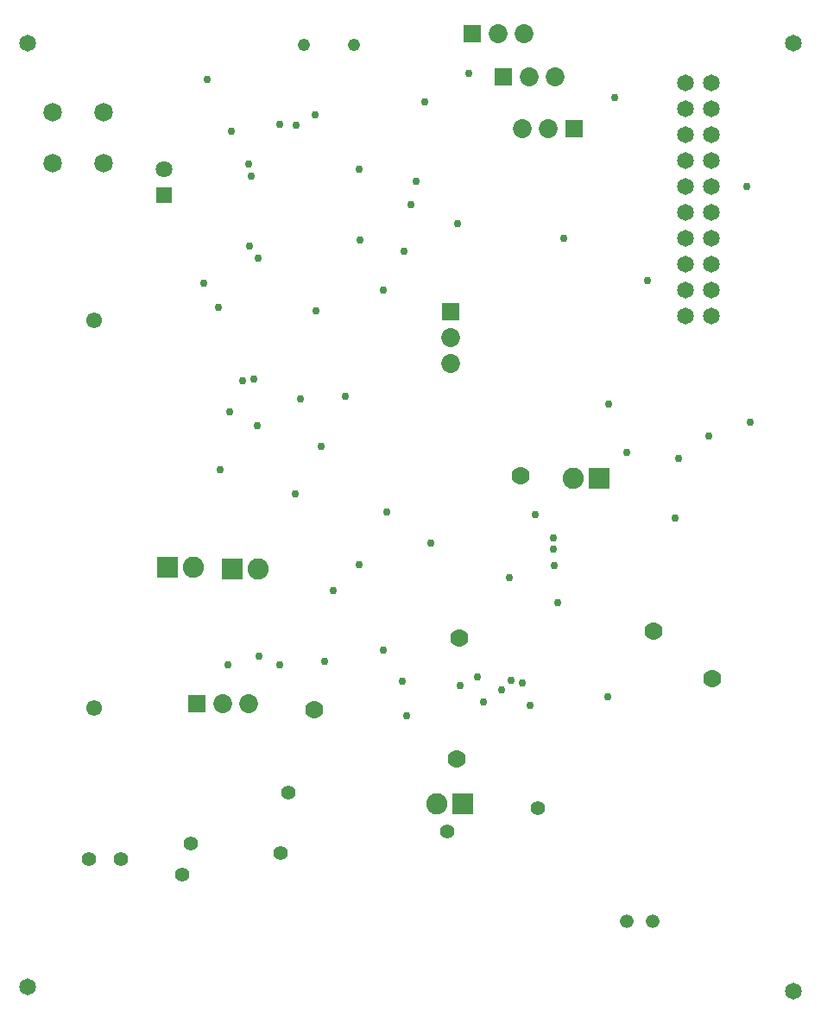
<source format=gbs>
G04*
G04 #@! TF.GenerationSoftware,Altium Limited,Altium Designer,18.1.9 (240)*
G04*
G04 Layer_Color=16711935*
%FSLAX25Y25*%
%MOIN*%
G70*
G01*
G75*
%ADD49C,0.06406*%
%ADD50R,0.06406X0.06406*%
%ADD51C,0.06500*%
%ADD52C,0.07193*%
%ADD53C,0.06996*%
%ADD54C,0.07291*%
%ADD55R,0.07075X0.07075*%
%ADD56C,0.08177*%
%ADD57R,0.07933X0.07933*%
%ADD58R,0.07075X0.07075*%
%ADD59C,0.05224*%
%ADD60C,0.04831*%
%ADD61C,0.06110*%
%ADD62C,0.03000*%
%ADD63C,0.05500*%
D49*
X166500Y429953D02*
D03*
D50*
Y419953D02*
D03*
D51*
X409500Y478500D02*
D03*
X114000Y114000D02*
D03*
X409500Y112500D02*
D03*
X114000Y478500D02*
D03*
X367949Y373000D02*
D03*
X377949D02*
D03*
X367949Y383000D02*
D03*
X377949D02*
D03*
X367949Y393000D02*
D03*
X377949D02*
D03*
X367949Y403000D02*
D03*
X377949D02*
D03*
X367949Y413000D02*
D03*
X377949D02*
D03*
X367949Y423000D02*
D03*
X377949D02*
D03*
X367949Y433000D02*
D03*
X377949D02*
D03*
X367949Y443000D02*
D03*
X377949D02*
D03*
X367949Y453000D02*
D03*
X377949D02*
D03*
X367949Y463000D02*
D03*
X377949D02*
D03*
D52*
X123657Y432000D02*
D03*
X143343D02*
D03*
Y451686D02*
D03*
X123657D02*
D03*
D53*
X304322Y311510D02*
D03*
X279402Y202240D02*
D03*
X280500Y248669D02*
D03*
X355500Y251643D02*
D03*
X224434Y221000D02*
D03*
X378224Y233179D02*
D03*
D54*
X277186Y354995D02*
D03*
Y364995D02*
D03*
X189252Y223610D02*
D03*
X199252D02*
D03*
X307500Y465665D02*
D03*
X317500D02*
D03*
X305000Y445388D02*
D03*
X315000D02*
D03*
X305368Y482205D02*
D03*
X295368D02*
D03*
D55*
X277186Y374995D02*
D03*
D56*
X324500Y310643D02*
D03*
X272000Y184917D02*
D03*
X177925Y276000D02*
D03*
X203000Y275335D02*
D03*
D57*
X334500Y310643D02*
D03*
X282000Y184917D02*
D03*
X167925Y276000D02*
D03*
X193000Y275335D02*
D03*
D58*
X179252Y223610D02*
D03*
X297500Y465665D02*
D03*
X325000Y445388D02*
D03*
X285368Y482205D02*
D03*
D59*
X345225Y139500D02*
D03*
X355225D02*
D03*
D60*
X220642Y477705D02*
D03*
X239854D02*
D03*
D61*
X139500Y221870D02*
D03*
Y371476D02*
D03*
D62*
X267266Y455820D02*
D03*
X242178Y402465D02*
D03*
X202698Y395631D02*
D03*
X199233Y431671D02*
D03*
X241919Y429807D02*
D03*
X200072Y427307D02*
D03*
X225000Y450843D02*
D03*
X228516Y239800D02*
D03*
X307818Y222868D02*
D03*
X304902Y231538D02*
D03*
X300678Y232595D02*
D03*
X211360Y447194D02*
D03*
X217666Y446765D02*
D03*
X365129Y318234D02*
D03*
X316949Y283233D02*
D03*
X317178Y276999D02*
D03*
X203278Y241727D02*
D03*
X201147Y348761D02*
D03*
X287627Y233672D02*
D03*
X258678Y232294D02*
D03*
X260178Y218709D02*
D03*
X217078Y304595D02*
D03*
X227083Y322695D02*
D03*
X191793Y336095D02*
D03*
X196882Y348095D02*
D03*
X192678Y444465D02*
D03*
X241934Y277247D02*
D03*
X299843Y272129D02*
D03*
X269662Y285384D02*
D03*
X338129Y339234D02*
D03*
X263803Y425206D02*
D03*
X284307Y466699D02*
D03*
X353091Y386706D02*
D03*
X261807Y416206D02*
D03*
X279807Y408706D02*
D03*
X259303Y398206D02*
D03*
X321000Y403000D02*
D03*
X251071Y383000D02*
D03*
X391500Y423000D02*
D03*
X199422Y400040D02*
D03*
X181890Y385733D02*
D03*
X225268Y375268D02*
D03*
X187500Y376500D02*
D03*
X183339Y464568D02*
D03*
X219220Y341091D02*
D03*
X188107Y313823D02*
D03*
X236520Y342323D02*
D03*
X340500Y457500D02*
D03*
X202695Y330829D02*
D03*
X393000Y332043D02*
D03*
X376725Y326963D02*
D03*
X345225Y320351D02*
D03*
X296868Y228914D02*
D03*
X363815Y295266D02*
D03*
X337949Y226199D02*
D03*
X280949Y230577D02*
D03*
X252497Y297629D02*
D03*
X318449Y262443D02*
D03*
X316949Y287504D02*
D03*
X310020Y296651D02*
D03*
X289949Y224135D02*
D03*
X251071Y244198D02*
D03*
X231919Y267000D02*
D03*
X211360Y238500D02*
D03*
X191156D02*
D03*
D63*
X214366Y189000D02*
D03*
X177000Y169500D02*
D03*
X173587Y157547D02*
D03*
X211500Y165787D02*
D03*
X310807Y183047D02*
D03*
X275874Y174000D02*
D03*
X150000Y163547D02*
D03*
X137693D02*
D03*
M02*

</source>
